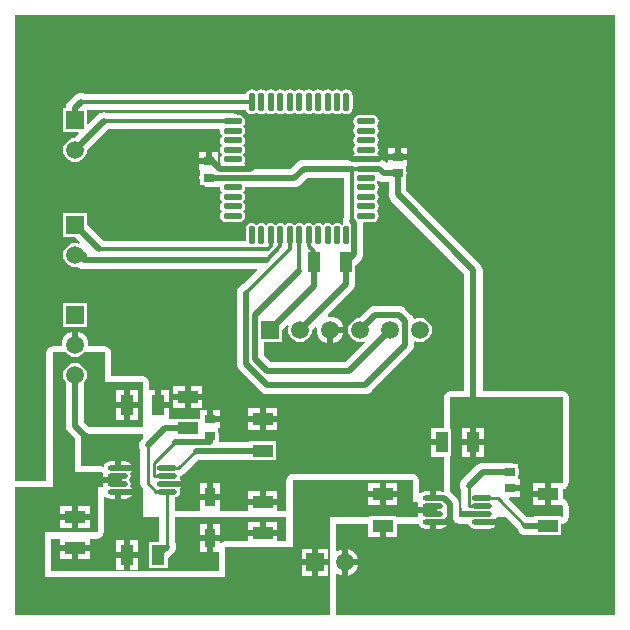
<source format=gbr>
G04 Layer_Physical_Order=1*
G04 Layer_Color=255*
%FSLAX26Y26*%
%MOIN*%
%TF.FileFunction,Copper,L1,Top,Signal*%
%TF.Part,Single*%
G01*
G75*
%TA.AperFunction,SMDPad,CuDef*%
%ADD10R,0.043307X0.066929*%
%ADD11O,0.066929X0.017716*%
%ADD12O,0.021654X0.062992*%
%ADD13O,0.062992X0.021654*%
%ADD14R,0.035433X0.031496*%
%ADD15R,0.066929X0.043307*%
%ADD16R,0.033465X0.062992*%
%TA.AperFunction,Conductor*%
%ADD17C,0.020000*%
%ADD18C,0.010630*%
%ADD19C,0.012992*%
%ADD20C,0.018898*%
%TA.AperFunction,ComponentPad*%
%ADD21R,0.059055X0.059055*%
%ADD22C,0.059055*%
%ADD23R,0.059055X0.059055*%
G36*
X1300000Y1775000D02*
X1425000D01*
Y1625000D01*
X1247793D01*
X1230259Y1642534D01*
Y1774503D01*
X1234527Y1780066D01*
X1238510Y1789681D01*
X1239869Y1800000D01*
X1238510Y1810319D01*
X1234527Y1819934D01*
X1228191Y1828191D01*
X1219934Y1834527D01*
X1210319Y1838510D01*
X1200000Y1839869D01*
X1189681Y1838510D01*
X1180066Y1834527D01*
X1171809Y1828191D01*
X1165473Y1819934D01*
X1161490Y1810319D01*
X1160131Y1800000D01*
X1161490Y1789681D01*
X1165473Y1780066D01*
X1169741Y1774503D01*
Y1630000D01*
X1170772Y1622168D01*
X1173795Y1614870D01*
X1178604Y1608604D01*
X1200000Y1587207D01*
Y1475000D01*
X1291620D01*
X1294823Y1470000D01*
X1293390Y1462796D01*
X1295242Y1453487D01*
X1297572Y1450000D01*
X1295242Y1446513D01*
X1293390Y1437204D01*
X1294823Y1430000D01*
X1291620Y1425000D01*
X1275000D01*
Y1275000D01*
X1100000D01*
Y1125000D01*
X1700000D01*
Y1225000D01*
X1925000D01*
Y1375000D01*
Y1450000D01*
X2325000D01*
Y1375000D01*
X2341620D01*
X2344823Y1370000D01*
X2343390Y1362796D01*
X2345242Y1353487D01*
X2347572Y1350000D01*
X2345242Y1346513D01*
X2343390Y1337204D01*
X2344823Y1330000D01*
X2341620Y1325000D01*
X2268465D01*
Y1328504D01*
X2181535D01*
Y1325000D01*
X2050000D01*
Y1125000D01*
Y1000000D01*
X1000000D01*
Y1425000D01*
X1125000D01*
Y1875000D01*
X1169360D01*
X1171809Y1871809D01*
X1180066Y1865473D01*
X1189681Y1861490D01*
X1200000Y1860131D01*
X1210319Y1861490D01*
X1219934Y1865473D01*
X1228191Y1871809D01*
X1230640Y1875000D01*
X1300000D01*
Y1775000D01*
D02*
G37*
G36*
X1233373Y1610581D02*
X1233373Y1610581D01*
X1239989Y1606160D01*
X1247792Y1604608D01*
X1425000D01*
Y1590793D01*
X1421872Y1587664D01*
X1417063Y1581398D01*
X1414040Y1574100D01*
X1413009Y1566268D01*
X1414040Y1558436D01*
X1417063Y1551139D01*
X1417457Y1550625D01*
Y1438346D01*
X1419422Y1428469D01*
X1425000Y1420120D01*
Y1325000D01*
X1480189D01*
Y1244832D01*
X1478822Y1243465D01*
X1446496D01*
Y1156535D01*
X1509803D01*
Y1188861D01*
X1527396Y1206454D01*
X1532205Y1212720D01*
X1535228Y1220018D01*
X1536259Y1227850D01*
X1535228Y1235682D01*
X1532205Y1242979D01*
X1531811Y1243493D01*
Y1325000D01*
X1904608D01*
Y1245392D01*
X1873465D01*
Y1261850D01*
X1825000D01*
X1776535D01*
Y1245392D01*
X1700000D01*
X1692196Y1243840D01*
X1686732Y1240189D01*
X1681732Y1241974D01*
Y1248070D01*
X1660000D01*
Y1211574D01*
X1679608D01*
Y1145392D01*
X1120392D01*
Y1254608D01*
X1151535D01*
Y1231850D01*
X1200000D01*
X1248465D01*
Y1254608D01*
X1275000D01*
X1282804Y1256160D01*
X1289419Y1260581D01*
X1293840Y1267196D01*
X1295392Y1275000D01*
Y1393468D01*
X1300177Y1394920D01*
X1300515Y1394413D01*
X1308407Y1389140D01*
X1317716Y1387288D01*
X1332322D01*
Y1411614D01*
X1342322D01*
Y1417974D01*
X1366928D01*
X1374287Y1419438D01*
X1377544Y1421614D01*
X1388940D01*
X1384129Y1428815D01*
X1384100Y1428960D01*
X1384692Y1429846D01*
X1386156Y1437204D01*
X1384692Y1444562D01*
X1381059Y1450000D01*
X1384692Y1455438D01*
X1386156Y1462796D01*
X1384692Y1470154D01*
X1384100Y1471040D01*
X1384129Y1471185D01*
X1388940Y1478386D01*
X1377544D01*
X1374287Y1480562D01*
X1366928Y1482026D01*
X1342322D01*
Y1488386D01*
X1332322D01*
Y1512712D01*
X1317716D01*
X1308407Y1510860D01*
X1300515Y1505587D01*
X1295242Y1497695D01*
X1294695Y1494944D01*
X1293782Y1494962D01*
X1291620Y1495392D01*
X1220392D01*
Y1587207D01*
X1220392Y1587207D01*
X1218840Y1595011D01*
X1214419Y1601627D01*
X1200000Y1616046D01*
Y1625000D01*
X1218954D01*
X1233373Y1610581D01*
D02*
G37*
G36*
X3000000Y1000000D02*
X2070392D01*
Y1125000D01*
Y1135941D01*
X2074876Y1138152D01*
X2077544Y1136105D01*
X2088376Y1131619D01*
X2090000Y1131405D01*
Y1175000D01*
Y1218595D01*
X2088376Y1218381D01*
X2077544Y1213895D01*
X2074876Y1211848D01*
X2070392Y1214059D01*
Y1304608D01*
X2176535D01*
Y1260197D01*
X2215000D01*
Y1296850D01*
X2235000D01*
Y1260197D01*
X2273465D01*
Y1304608D01*
X2341620D01*
X2343781Y1305038D01*
X2344695Y1305056D01*
X2345242Y1302305D01*
X2350515Y1294413D01*
X2358407Y1289140D01*
X2367716Y1287288D01*
X2382322D01*
Y1311614D01*
X2392322D01*
Y1317974D01*
X2416928D01*
X2424287Y1319438D01*
X2427544Y1321614D01*
X2440441D01*
X2442234Y1325000D01*
X2455578D01*
X2460025Y1322471D01*
X2460025Y1322471D01*
X2460886Y1319877D01*
X2461419Y1317196D01*
X2462130Y1316133D01*
X2462533Y1314920D01*
X2464321Y1312853D01*
X2465840Y1310581D01*
X2466903Y1309870D01*
X2467740Y1308904D01*
X2470183Y1307679D01*
X2472455Y1306160D01*
X2473709Y1305911D01*
X2474852Y1305338D01*
X2477578Y1305141D01*
X2480259Y1304608D01*
X2506976D01*
X2509137Y1305038D01*
X2510051Y1305056D01*
X2510598Y1302305D01*
X2515871Y1294413D01*
X2523763Y1289140D01*
X2533072Y1287288D01*
X2582284D01*
X2591593Y1289140D01*
X2599485Y1294413D01*
X2604758Y1302305D01*
X2606610Y1311614D01*
X2604942Y1320000D01*
X2607590Y1325000D01*
X2636884D01*
X2672224Y1289660D01*
X2672308Y1289018D01*
X2675331Y1281721D01*
X2680140Y1275454D01*
X2686407Y1270645D01*
X2693704Y1267622D01*
X2701536Y1266591D01*
X2731535D01*
Y1265197D01*
X2818465D01*
Y1304608D01*
X2825000D01*
X2832804Y1306160D01*
X2839419Y1310581D01*
X2843840Y1317196D01*
X2845392Y1325000D01*
Y1362132D01*
X2844722Y1365502D01*
X2844236Y1368901D01*
X2842700Y1373265D01*
X2842414Y1373748D01*
X2842304Y1374300D01*
X2840396Y1377156D01*
X2838646Y1380111D01*
X2838196Y1380448D01*
X2837884Y1380915D01*
X2835028Y1382824D01*
X2832280Y1384884D01*
X2831736Y1385024D01*
X2831269Y1385336D01*
X2827899Y1386006D01*
X2825000Y1386748D01*
Y1419552D01*
X2827899Y1420294D01*
X2831269Y1420964D01*
X2831736Y1421276D01*
X2832280Y1421416D01*
X2835028Y1423476D01*
X2837884Y1425385D01*
X2838196Y1425852D01*
X2838646Y1426189D01*
X2840396Y1429144D01*
X2842304Y1432001D01*
X2842414Y1432552D01*
X2842700Y1433035D01*
X2844236Y1437399D01*
X2844722Y1440798D01*
X2845392Y1444168D01*
Y1725000D01*
X2843840Y1732804D01*
X2839419Y1739419D01*
X2832804Y1743840D01*
X2825000Y1745392D01*
X2558409D01*
Y2149849D01*
X2558409Y2149850D01*
X2557378Y2157682D01*
X2554355Y2164979D01*
X2549546Y2171246D01*
X2549546Y2171247D01*
X2304703Y2416090D01*
Y2468217D01*
X2305259Y2472440D01*
X2304228Y2480272D01*
X2302716Y2483920D01*
Y2496812D01*
X2307716D01*
Y2517560D01*
X2242284D01*
Y2509572D01*
X2237284Y2507501D01*
X2235396Y2509388D01*
X2229130Y2514197D01*
X2221832Y2517220D01*
X2216396Y2517935D01*
X2216601Y2519488D01*
X2215713Y2526230D01*
X2213111Y2532513D01*
X2208971Y2537908D01*
X2207577Y2538978D01*
X2210170Y2542858D01*
X2211786Y2550984D01*
X2210170Y2559110D01*
X2205566Y2565999D01*
Y2567465D01*
X2210170Y2574354D01*
X2211786Y2582480D01*
X2210170Y2590606D01*
X2205566Y2597495D01*
Y2598961D01*
X2210170Y2605850D01*
X2211786Y2613976D01*
X2210170Y2622102D01*
X2205566Y2628991D01*
Y2630457D01*
X2210170Y2637346D01*
X2211786Y2645472D01*
X2210170Y2653598D01*
X2205566Y2660487D01*
X2198677Y2665090D01*
X2190551Y2666707D01*
X2149213D01*
X2141086Y2665090D01*
X2134198Y2660487D01*
X2129594Y2653598D01*
X2127978Y2645472D01*
X2129594Y2637346D01*
X2134198Y2630457D01*
Y2628991D01*
X2129594Y2622102D01*
X2127978Y2613976D01*
X2129594Y2605850D01*
X2134198Y2598961D01*
Y2597495D01*
X2129594Y2590606D01*
X2127978Y2582480D01*
X2129594Y2574354D01*
X2134198Y2567465D01*
Y2565999D01*
X2129594Y2559110D01*
X2127978Y2550984D01*
X2129594Y2542858D01*
X2132187Y2538978D01*
X2130793Y2537908D01*
X2126653Y2532513D01*
X2124051Y2526230D01*
X2123163Y2519488D01*
X2118283Y2518251D01*
X1962497D01*
X1962496Y2518251D01*
X1954664Y2517220D01*
X1947367Y2514197D01*
X1941100Y2509388D01*
X1918466Y2486755D01*
X1772804D01*
X1771719Y2487992D01*
X1770831Y2494734D01*
X1768229Y2501017D01*
X1764089Y2506412D01*
X1762695Y2507482D01*
X1765288Y2511362D01*
X1766904Y2519488D01*
X1765288Y2527614D01*
X1760685Y2534503D01*
Y2535969D01*
X1765288Y2542858D01*
X1766904Y2550984D01*
X1765288Y2559110D01*
X1760685Y2565999D01*
Y2567465D01*
X1765288Y2574354D01*
X1766904Y2582480D01*
X1765288Y2590606D01*
X1760685Y2597495D01*
Y2598961D01*
X1765288Y2605850D01*
X1766904Y2613976D01*
X1765288Y2622102D01*
X1760685Y2628991D01*
Y2630457D01*
X1765288Y2637346D01*
X1766904Y2645472D01*
X1765288Y2653598D01*
X1760685Y2660487D01*
X1753795Y2665090D01*
X1745669Y2666707D01*
X1740851D01*
X1738362Y2668616D01*
X1731917Y2671286D01*
X1725000Y2672197D01*
X1309347D01*
X1303304Y2674700D01*
X1295472Y2675731D01*
X1287640Y2674700D01*
X1280342Y2671677D01*
X1274076Y2666868D01*
X1244147Y2636939D01*
X1239527Y2638853D01*
Y2684275D01*
X1769817D01*
X1770342Y2681639D01*
X1774945Y2674749D01*
X1781834Y2670146D01*
X1789960Y2668530D01*
X1798086Y2670146D01*
X1804975Y2674749D01*
X1806441D01*
X1813330Y2670146D01*
X1821456Y2668530D01*
X1829582Y2670146D01*
X1836471Y2674749D01*
X1837937D01*
X1844826Y2670146D01*
X1852952Y2668530D01*
X1861078Y2670146D01*
X1867967Y2674749D01*
X1869433D01*
X1876322Y2670146D01*
X1884448Y2668530D01*
X1892574Y2670146D01*
X1899463Y2674749D01*
X1900929D01*
X1907818Y2670146D01*
X1915944Y2668530D01*
X1924070Y2670146D01*
X1930959Y2674749D01*
X1932425D01*
X1939314Y2670146D01*
X1947440Y2668530D01*
X1955566Y2670146D01*
X1962455Y2674749D01*
X1963923D01*
X1970812Y2670146D01*
X1978938Y2668530D01*
X1987064Y2670146D01*
X1993953Y2674749D01*
X1995419D01*
X2002308Y2670146D01*
X2010434Y2668530D01*
X2018560Y2670146D01*
X2025449Y2674749D01*
X2026915D01*
X2033804Y2670146D01*
X2041930Y2668530D01*
X2050056Y2670146D01*
X2056945Y2674749D01*
X2058411D01*
X2065300Y2670146D01*
X2073426Y2668530D01*
X2081552Y2670146D01*
X2088441Y2674749D01*
X2089907D01*
X2096796Y2670146D01*
X2104922Y2668530D01*
X2113048Y2670146D01*
X2119937Y2674749D01*
X2124540Y2681639D01*
X2126157Y2689765D01*
Y2731103D01*
X2124540Y2739229D01*
X2119937Y2746119D01*
X2113048Y2750722D01*
X2104922Y2752338D01*
X2096796Y2750722D01*
X2089907Y2746119D01*
X2088441D01*
X2081552Y2750722D01*
X2073426Y2752338D01*
X2065300Y2750722D01*
X2058411Y2746119D01*
X2056945D01*
X2050056Y2750722D01*
X2041930Y2752338D01*
X2033804Y2750722D01*
X2026915Y2746119D01*
X2025449D01*
X2018560Y2750722D01*
X2010434Y2752338D01*
X2002308Y2750722D01*
X1995419Y2746119D01*
X1993953D01*
X1987064Y2750722D01*
X1978938Y2752338D01*
X1970812Y2750722D01*
X1963923Y2746119D01*
X1962455D01*
X1955566Y2750722D01*
X1947440Y2752338D01*
X1939314Y2750722D01*
X1932425Y2746119D01*
X1930959D01*
X1924070Y2750722D01*
X1915944Y2752338D01*
X1907818Y2750722D01*
X1900929Y2746119D01*
X1899463D01*
X1892574Y2750722D01*
X1884448Y2752338D01*
X1876322Y2750722D01*
X1869433Y2746119D01*
X1867967D01*
X1861078Y2750722D01*
X1852952Y2752338D01*
X1844826Y2750722D01*
X1837937Y2746119D01*
X1836471D01*
X1829582Y2750722D01*
X1821456Y2752338D01*
X1813330Y2750722D01*
X1806441Y2746119D01*
X1804975D01*
X1798086Y2750722D01*
X1789960Y2752338D01*
X1781834Y2750722D01*
X1774945Y2746119D01*
X1770342Y2739229D01*
X1770042Y2737725D01*
X1233875D01*
X1227832Y2740228D01*
X1220000Y2741259D01*
X1212168Y2740228D01*
X1204871Y2737205D01*
X1198604Y2732396D01*
X1178604Y2712396D01*
X1173795Y2706130D01*
X1170772Y2698832D01*
X1169741Y2691000D01*
Y2689528D01*
X1160473D01*
Y2610472D01*
X1211147D01*
X1213061Y2605853D01*
X1196633Y2589425D01*
X1189681Y2588510D01*
X1180066Y2584527D01*
X1171809Y2578191D01*
X1165473Y2569934D01*
X1161490Y2560319D01*
X1160131Y2550000D01*
X1161490Y2539681D01*
X1165473Y2530066D01*
X1171809Y2521809D01*
X1180066Y2515473D01*
X1189681Y2511490D01*
X1200000Y2510131D01*
X1210319Y2511490D01*
X1219934Y2515473D01*
X1228191Y2521809D01*
X1234527Y2530066D01*
X1238510Y2539681D01*
X1239425Y2546633D01*
X1311540Y2618747D01*
X1680104D01*
X1683276Y2614882D01*
X1683096Y2613976D01*
X1684712Y2605850D01*
X1689315Y2598961D01*
Y2597495D01*
X1684712Y2590606D01*
X1683096Y2582480D01*
X1684712Y2574354D01*
X1689315Y2567465D01*
Y2565999D01*
X1684712Y2559110D01*
X1683096Y2550984D01*
X1684712Y2542858D01*
X1689315Y2535969D01*
Y2534503D01*
X1684712Y2527614D01*
X1683096Y2519488D01*
X1684712Y2511362D01*
X1687305Y2507482D01*
X1685911Y2506412D01*
X1682716Y2502249D01*
X1677716Y2503733D01*
Y2543308D01*
X1655000D01*
Y2512560D01*
X1645000D01*
Y2502560D01*
X1612284D01*
Y2481812D01*
X1617284D01*
Y2468920D01*
X1615772Y2465272D01*
X1614741Y2457440D01*
X1615772Y2449608D01*
X1617284Y2445960D01*
Y2431692D01*
X1629275D01*
X1629871Y2431235D01*
X1637168Y2428212D01*
X1645000Y2427181D01*
X1677773D01*
X1681925Y2426635D01*
X1683096Y2425000D01*
X1684712Y2416874D01*
X1689315Y2409985D01*
Y2408519D01*
X1684712Y2401630D01*
X1683096Y2393504D01*
X1684712Y2385378D01*
X1689315Y2378489D01*
Y2377023D01*
X1684712Y2370134D01*
X1683096Y2362008D01*
X1684712Y2353882D01*
X1689315Y2346993D01*
Y2345527D01*
X1684712Y2338638D01*
X1683096Y2330512D01*
X1684712Y2322386D01*
X1689315Y2315497D01*
X1696205Y2310894D01*
X1704331Y2309277D01*
X1745669D01*
X1753795Y2310894D01*
X1760685Y2315497D01*
X1765288Y2322386D01*
X1766904Y2330512D01*
X1765288Y2338638D01*
X1760685Y2345527D01*
Y2346993D01*
X1765288Y2353882D01*
X1766904Y2362008D01*
X1765288Y2370134D01*
X1760685Y2377023D01*
Y2378489D01*
X1765288Y2385378D01*
X1766904Y2393504D01*
X1765288Y2401630D01*
X1760685Y2408519D01*
Y2409985D01*
X1765288Y2416874D01*
X1766904Y2425000D01*
X1767919Y2426237D01*
X1931000D01*
X1938832Y2427268D01*
X1946130Y2430291D01*
X1952396Y2435100D01*
X1975030Y2457733D01*
X2096275D01*
Y2326875D01*
X2093772Y2320832D01*
X2092741Y2313000D01*
X2093772Y2305168D01*
X2094210Y2304112D01*
X2093051Y2303337D01*
X2088441Y2301236D01*
X2081552Y2305840D01*
X2073426Y2307456D01*
X2065300Y2305840D01*
X2058411Y2301236D01*
X2056945D01*
X2050056Y2305840D01*
X2041930Y2307456D01*
X2033804Y2305840D01*
X2026915Y2301236D01*
X2025449D01*
X2018560Y2305840D01*
X2010434Y2307456D01*
X2002308Y2305840D01*
X1995419Y2301236D01*
X1993953D01*
X1987064Y2305840D01*
X1978938Y2307456D01*
X1970812Y2305840D01*
X1963923Y2301236D01*
X1962455D01*
X1955566Y2305840D01*
X1947440Y2307456D01*
X1939314Y2305840D01*
X1932425Y2301236D01*
X1930959D01*
X1924070Y2305840D01*
X1915944Y2307456D01*
X1907818Y2305840D01*
X1900929Y2301236D01*
X1899463D01*
X1892574Y2305840D01*
X1884448Y2307456D01*
X1876322Y2305840D01*
X1869433Y2301236D01*
X1867967D01*
X1861078Y2305840D01*
X1852952Y2307456D01*
X1844826Y2305840D01*
X1837937Y2301236D01*
X1836471D01*
X1829582Y2305840D01*
X1821456Y2307456D01*
X1813330Y2305840D01*
X1806441Y2301236D01*
X1804975D01*
X1798086Y2305840D01*
X1789960Y2307456D01*
X1781834Y2305840D01*
X1774945Y2301236D01*
X1770342Y2294347D01*
X1768725Y2286221D01*
Y2245725D01*
X1297068D01*
X1239527Y2303265D01*
Y2339528D01*
X1160473D01*
Y2260472D01*
X1196735D01*
X1215383Y2241824D01*
X1212551Y2237586D01*
X1210319Y2238510D01*
X1200000Y2239869D01*
X1189681Y2238510D01*
X1180066Y2234527D01*
X1171809Y2228191D01*
X1165473Y2219934D01*
X1161490Y2210319D01*
X1160131Y2200000D01*
X1161490Y2189681D01*
X1165473Y2180066D01*
X1171809Y2171809D01*
X1180066Y2165473D01*
X1189681Y2161490D01*
X1200000Y2160131D01*
X1209240Y2161348D01*
X1213871Y2157795D01*
X1221168Y2154772D01*
X1229000Y2153741D01*
X1805414D01*
X1807327Y2149122D01*
X1760914Y2102708D01*
X1754871Y2100205D01*
X1748604Y2095396D01*
X1743795Y2089129D01*
X1740772Y2081832D01*
X1739741Y2074000D01*
Y1837000D01*
X1740772Y1829168D01*
X1743795Y1821870D01*
X1748604Y1815604D01*
X1818603Y1745604D01*
X1818604Y1745604D01*
X1824870Y1740795D01*
X1832168Y1737772D01*
X1840000Y1736741D01*
X2167000D01*
X2174832Y1737772D01*
X2182130Y1740795D01*
X2188396Y1745604D01*
X2321396Y1878604D01*
X2326205Y1884870D01*
X2329228Y1892168D01*
X2330259Y1900000D01*
Y1910893D01*
X2334416Y1913671D01*
X2339681Y1911490D01*
X2350000Y1910131D01*
X2360319Y1911490D01*
X2369934Y1915473D01*
X2378191Y1921809D01*
X2384527Y1930066D01*
X2388510Y1939681D01*
X2389869Y1950000D01*
X2388510Y1960319D01*
X2384527Y1969934D01*
X2378191Y1978191D01*
X2369934Y1984527D01*
X2360319Y1988510D01*
X2350000Y1989869D01*
X2339681Y1988510D01*
X2334466Y1986350D01*
X2332775Y1986539D01*
X2329228Y1987832D01*
X2326205Y1995129D01*
X2321396Y2001396D01*
X2301396Y2021396D01*
X2295130Y2026205D01*
X2287832Y2029228D01*
X2280000Y2030259D01*
X2200001D01*
X2200000Y2030259D01*
X2192168Y2029228D01*
X2184870Y2026205D01*
X2178604Y2021396D01*
X2146633Y1989425D01*
X2139681Y1988510D01*
X2130066Y1984527D01*
X2121809Y1978191D01*
X2115473Y1969934D01*
X2111490Y1960319D01*
X2110131Y1950000D01*
X2111490Y1939681D01*
X2115473Y1930066D01*
X2121809Y1921809D01*
X2130066Y1915473D01*
X2139681Y1911490D01*
X2150000Y1910131D01*
X2160319Y1911490D01*
X2162551Y1912414D01*
X2165383Y1908176D01*
X2099466Y1842259D01*
X1852534D01*
X1830259Y1864534D01*
Y1910473D01*
X1889527D01*
Y1946735D01*
X1908176Y1965383D01*
X1912414Y1962551D01*
X1911490Y1960319D01*
X1910131Y1950000D01*
X1911490Y1939681D01*
X1915473Y1930066D01*
X1921809Y1921809D01*
X1930066Y1915473D01*
X1939681Y1911490D01*
X1950000Y1910131D01*
X1960319Y1911490D01*
X1969934Y1915473D01*
X1978191Y1921809D01*
X1984527Y1930066D01*
X1988510Y1939681D01*
X1989425Y1946633D01*
X2001145Y1958352D01*
X2005880Y1956017D01*
X2005088Y1950000D01*
X2006619Y1938376D01*
X2011105Y1927544D01*
X2018243Y1918243D01*
X2027544Y1911105D01*
X2038376Y1906619D01*
X2040000Y1906405D01*
Y1950000D01*
X2050000D01*
Y1960000D01*
X2093595D01*
X2093381Y1961624D01*
X2088895Y1972456D01*
X2081757Y1981757D01*
X2072456Y1988895D01*
X2061624Y1993381D01*
X2050000Y1994912D01*
X2043983Y1994120D01*
X2041648Y1998855D01*
X2124546Y2081754D01*
X2129355Y2088021D01*
X2132378Y2095318D01*
X2133409Y2103150D01*
Y2131535D01*
X2134803D01*
Y2163861D01*
X2152396Y2181453D01*
X2152396Y2181454D01*
X2157205Y2187720D01*
X2160228Y2195018D01*
X2161259Y2202850D01*
Y2305000D01*
X2161191Y2305518D01*
X2164488Y2309277D01*
X2190551D01*
X2198677Y2310894D01*
X2205566Y2315497D01*
X2210170Y2322386D01*
X2211786Y2330512D01*
X2210170Y2338638D01*
X2205566Y2345527D01*
Y2346993D01*
X2210170Y2353882D01*
X2211786Y2362008D01*
X2210170Y2370134D01*
X2205566Y2377023D01*
Y2378489D01*
X2210170Y2385378D01*
X2211786Y2393504D01*
X2210170Y2401630D01*
X2205566Y2408519D01*
Y2409985D01*
X2210170Y2416874D01*
X2211786Y2425000D01*
X2210170Y2433126D01*
X2205566Y2440015D01*
Y2441481D01*
X2207884Y2444950D01*
X2208308Y2445324D01*
X2214423Y2446235D01*
X2221720Y2443212D01*
X2229552Y2442181D01*
X2245297D01*
Y2407223D01*
X2244741Y2403000D01*
X2245772Y2395168D01*
X2248795Y2387870D01*
X2253604Y2381604D01*
X2497891Y2137316D01*
Y1745392D01*
X2450000D01*
X2442196Y1743840D01*
X2435581Y1739419D01*
X2431160Y1732804D01*
X2429608Y1725000D01*
Y1623465D01*
X2385197D01*
Y1585000D01*
X2421850D01*
Y1565000D01*
X2385197D01*
Y1526535D01*
X2429608D01*
Y1414621D01*
X2428588Y1413483D01*
X2425267Y1411268D01*
X2424713Y1411163D01*
X2416928Y1412712D01*
X2402322D01*
Y1388386D01*
X2382322D01*
Y1412712D01*
X2367716D01*
X2358407Y1410860D01*
X2350515Y1405587D01*
X2350177Y1405080D01*
X2345392Y1406532D01*
Y1450000D01*
X2343840Y1457804D01*
X2339419Y1464419D01*
X2332804Y1468840D01*
X2325000Y1470392D01*
X1925000D01*
X1917196Y1468840D01*
X1910581Y1464419D01*
X1906160Y1457804D01*
X1904608Y1450000D01*
Y1375000D01*
Y1345392D01*
X1873465D01*
Y1368150D01*
X1825000D01*
X1776535D01*
Y1345392D01*
X1686715D01*
X1681732Y1345434D01*
X1681732Y1350392D01*
Y1381930D01*
X1650000D01*
X1618268D01*
Y1350392D01*
X1618268Y1345434D01*
X1613285Y1345392D01*
X1531811D01*
Y1392386D01*
X1532284D01*
X1539642Y1393850D01*
X1545880Y1398018D01*
X1550048Y1404256D01*
X1551512Y1411614D01*
X1550048Y1418972D01*
X1549456Y1419858D01*
X1549485Y1420003D01*
X1554758Y1427895D01*
X1556610Y1437204D01*
X1554758Y1446513D01*
X1549485Y1454405D01*
X1549456Y1454551D01*
X1550048Y1455438D01*
X1551512Y1462796D01*
X1551268Y1464021D01*
X1553877Y1464540D01*
X1562251Y1470135D01*
X1608707Y1516591D01*
X1781535D01*
Y1515197D01*
X1868465D01*
Y1578504D01*
X1781535D01*
Y1577109D01*
X1679703D01*
Y1597442D01*
X1678691Y1605130D01*
X1677716Y1607482D01*
Y1621812D01*
X1682716D01*
Y1642560D01*
X1650000D01*
Y1652560D01*
X1640000D01*
Y1683308D01*
X1617284D01*
Y1653504D01*
X1531535D01*
Y1652109D01*
X1514803D01*
Y1690000D01*
X1478150D01*
Y1700000D01*
X1468150D01*
Y1748465D01*
X1445392D01*
Y1775000D01*
X1443840Y1782804D01*
X1439419Y1789419D01*
X1432804Y1793840D01*
X1425000Y1795392D01*
X1320392D01*
Y1875000D01*
X1318840Y1882804D01*
X1314419Y1889419D01*
X1307804Y1893840D01*
X1300000Y1895392D01*
X1248097D01*
X1244800Y1899151D01*
X1244912Y1900000D01*
X1243381Y1911624D01*
X1238895Y1922456D01*
X1231757Y1931757D01*
X1222456Y1938895D01*
X1211624Y1943381D01*
X1210000Y1943595D01*
Y1900000D01*
X1190000D01*
Y1943595D01*
X1188376Y1943381D01*
X1177544Y1938895D01*
X1168243Y1931757D01*
X1161105Y1922456D01*
X1156619Y1911624D01*
X1155088Y1900000D01*
X1155200Y1899151D01*
X1151903Y1895392D01*
X1125000D01*
X1117196Y1893840D01*
X1110581Y1889419D01*
X1106160Y1882804D01*
X1104608Y1875000D01*
Y1445392D01*
X1000000D01*
Y3000000D01*
X3000000D01*
Y1000000D01*
D02*
G37*
G36*
X2825000Y1444168D02*
X2823464Y1439804D01*
X2820000Y1439803D01*
X2785000D01*
Y1403150D01*
Y1366496D01*
X2820000D01*
X2823464Y1366496D01*
X2825000Y1362132D01*
Y1325000D01*
X2818465D01*
Y1328504D01*
X2731535D01*
Y1327109D01*
X2707779D01*
X2647815Y1387073D01*
X2649729Y1391692D01*
X2682716D01*
Y1412440D01*
X2650000D01*
Y1432440D01*
X2682716D01*
Y1453188D01*
X2677716D01*
Y1467520D01*
X2678691Y1469872D01*
X2679703Y1477560D01*
X2678691Y1485248D01*
X2677716Y1487600D01*
Y1503308D01*
X2664792D01*
X2657688Y1506251D01*
X2650000Y1507263D01*
X2564223D01*
X2560000Y1507819D01*
X2552168Y1506788D01*
X2544870Y1503765D01*
X2538604Y1498956D01*
X2491604Y1451956D01*
X2486795Y1445689D01*
X2483772Y1438392D01*
X2482741Y1430560D01*
X2483772Y1422728D01*
X2486795Y1415430D01*
X2487189Y1414917D01*
Y1362796D01*
X2489154Y1352919D01*
X2494749Y1344545D01*
X2503123Y1338950D01*
X2508263Y1337928D01*
X2508746Y1337204D01*
X2510179Y1330000D01*
X2506976Y1325000D01*
X2480259D01*
X2480259Y1325001D01*
Y1370000D01*
X2479228Y1377832D01*
X2476205Y1385130D01*
X2471396Y1391396D01*
X2453010Y1409782D01*
X2450000Y1412092D01*
Y1531535D01*
X2453503D01*
Y1618465D01*
X2450000D01*
Y1725000D01*
X2825000D01*
Y1444168D01*
D02*
G37*
%LPC*%
G36*
X1248465Y1318150D02*
X1210000D01*
Y1291496D01*
X1248465D01*
Y1318150D01*
D02*
G37*
G36*
X1190000D02*
X1151535D01*
Y1291496D01*
X1190000D01*
Y1318150D01*
D02*
G37*
G36*
Y1364803D02*
X1151535D01*
Y1338150D01*
X1190000D01*
Y1364803D01*
D02*
G37*
G36*
X2273465Y1393150D02*
X2235000D01*
Y1366496D01*
X2273465D01*
Y1393150D01*
D02*
G37*
G36*
X1248465Y1364803D02*
X1210000D01*
Y1338150D01*
X1248465D01*
Y1364803D01*
D02*
G37*
G36*
X2215000Y1393150D02*
X2176535D01*
Y1366496D01*
X2215000D01*
Y1393150D01*
D02*
G37*
G36*
X1990000Y1219527D02*
X1955473D01*
Y1185000D01*
X1990000D01*
Y1219527D01*
D02*
G37*
G36*
X2044527D02*
X2010000D01*
Y1185000D01*
X2044527D01*
Y1219527D01*
D02*
G37*
G36*
X1990000Y1165000D02*
X1955473D01*
Y1130473D01*
X1990000D01*
Y1165000D01*
D02*
G37*
G36*
X2044527D02*
X2010000D01*
Y1130473D01*
X2044527D01*
Y1165000D01*
D02*
G37*
G36*
X1361850Y1748465D02*
X1335197D01*
Y1710000D01*
X1361850D01*
Y1748465D01*
D02*
G37*
G36*
X1408504D02*
X1381850D01*
Y1710000D01*
X1408504D01*
Y1748465D01*
D02*
G37*
G36*
X2273465Y1439803D02*
X2235000D01*
Y1413150D01*
X2273465D01*
Y1439803D01*
D02*
G37*
G36*
X2215000D02*
X2176535D01*
Y1413150D01*
X2215000D01*
Y1439803D01*
D02*
G37*
G36*
X1361850Y1690000D02*
X1335197D01*
Y1651535D01*
X1361850D01*
Y1690000D01*
D02*
G37*
G36*
X1408504D02*
X1381850D01*
Y1651535D01*
X1408504D01*
Y1690000D01*
D02*
G37*
G36*
X1815000Y1308504D02*
X1776535D01*
Y1281850D01*
X1815000D01*
Y1308504D01*
D02*
G37*
G36*
X1873465D02*
X1835000D01*
Y1281850D01*
X1873465D01*
Y1308504D01*
D02*
G37*
G36*
X1388940Y1401614D02*
X1352322D01*
Y1387288D01*
X1366928D01*
X1376237Y1389140D01*
X1384129Y1394413D01*
X1388940Y1401614D01*
D02*
G37*
G36*
X1681732Y1304566D02*
X1660000D01*
Y1268070D01*
X1681732D01*
Y1304566D01*
D02*
G37*
G36*
X1408504Y1190000D02*
X1381850D01*
Y1151535D01*
X1408504D01*
Y1190000D01*
D02*
G37*
G36*
X1361850D02*
X1335197D01*
Y1151535D01*
X1361850D01*
Y1190000D01*
D02*
G37*
G36*
X1408504Y1248465D02*
X1381850D01*
Y1210000D01*
X1408504D01*
Y1248465D01*
D02*
G37*
G36*
X1640000Y1248070D02*
X1618268D01*
Y1211574D01*
X1640000D01*
Y1248070D01*
D02*
G37*
G36*
Y1304566D02*
X1618268D01*
Y1268070D01*
X1640000D01*
Y1304566D01*
D02*
G37*
G36*
X1361850Y1248465D02*
X1335197D01*
Y1210000D01*
X1361850D01*
Y1248465D01*
D02*
G37*
G36*
X1190000Y1211850D02*
X1151535D01*
Y1185197D01*
X1190000D01*
Y1211850D01*
D02*
G37*
G36*
X1248465D02*
X1210000D01*
Y1185197D01*
X1248465D01*
Y1211850D01*
D02*
G37*
G36*
X1366928Y1512712D02*
X1352322D01*
Y1498386D01*
X1388940D01*
X1384129Y1505587D01*
X1376237Y1510860D01*
X1366928Y1512712D01*
D02*
G37*
G36*
X2438941Y1301614D02*
X2402322D01*
Y1287288D01*
X2416928D01*
X2426237Y1289140D01*
X2434129Y1294413D01*
X2438941Y1301614D01*
D02*
G37*
G36*
X1815000Y1414803D02*
X1776535D01*
Y1388150D01*
X1815000D01*
Y1414803D01*
D02*
G37*
G36*
X2143595Y1165000D02*
X2110000D01*
Y1131405D01*
X2111624Y1131619D01*
X2122456Y1136105D01*
X2131757Y1143243D01*
X2138895Y1152544D01*
X2143381Y1163376D01*
X2143595Y1165000D01*
D02*
G37*
G36*
X2110000Y1218595D02*
Y1185000D01*
X2143595D01*
X2143381Y1186624D01*
X2138895Y1197456D01*
X2131757Y1206757D01*
X2122456Y1213895D01*
X2111624Y1218381D01*
X2110000Y1218595D01*
D02*
G37*
G36*
X1873465Y1414803D02*
X1835000D01*
Y1388150D01*
X1873465D01*
Y1414803D01*
D02*
G37*
G36*
X1514803Y1748465D02*
X1488150D01*
Y1710000D01*
X1514803D01*
Y1748465D01*
D02*
G37*
G36*
X1623465Y1718150D02*
X1585000D01*
Y1691496D01*
X1623465D01*
Y1718150D01*
D02*
G37*
G36*
X1815000Y1689803D02*
X1776535D01*
Y1663150D01*
X1815000D01*
Y1689803D01*
D02*
G37*
G36*
X1873465D02*
X1835000D01*
Y1663150D01*
X1873465D01*
Y1689803D01*
D02*
G37*
G36*
X1565000Y1718150D02*
X1526535D01*
Y1691496D01*
X1565000D01*
Y1718150D01*
D02*
G37*
G36*
X1635000Y2543308D02*
X1612284D01*
Y2522560D01*
X1635000D01*
Y2543308D01*
D02*
G37*
G36*
X2265000Y2558308D02*
X2242284D01*
Y2537560D01*
X2265000D01*
Y2558308D01*
D02*
G37*
G36*
X2307716D02*
X2285000D01*
Y2537560D01*
X2307716D01*
Y2558308D01*
D02*
G37*
G36*
X1239527Y2039527D02*
X1160473D01*
Y1960473D01*
X1239527D01*
Y2039527D01*
D02*
G37*
G36*
X1565000Y1764803D02*
X1526535D01*
Y1738150D01*
X1565000D01*
Y1764803D01*
D02*
G37*
G36*
X1623465D02*
X1585000D01*
Y1738150D01*
X1623465D01*
Y1764803D01*
D02*
G37*
G36*
X2093595Y1940000D02*
X2060000D01*
Y1906405D01*
X2061624Y1906619D01*
X2072456Y1911105D01*
X2081757Y1918243D01*
X2088895Y1927544D01*
X2093381Y1938376D01*
X2093595Y1940000D01*
D02*
G37*
G36*
X1682716Y1683308D02*
X1660000D01*
Y1662560D01*
X1682716D01*
Y1683308D01*
D02*
G37*
G36*
X1640000Y1438426D02*
X1618268D01*
Y1401930D01*
X1640000D01*
Y1438426D01*
D02*
G37*
G36*
X1681732D02*
X1660000D01*
Y1401930D01*
X1681732D01*
Y1438426D01*
D02*
G37*
G36*
X1873465Y1643150D02*
X1835000D01*
Y1616496D01*
X1873465D01*
Y1643150D01*
D02*
G37*
G36*
X1815000D02*
X1776535D01*
Y1616496D01*
X1815000D01*
Y1643150D01*
D02*
G37*
G36*
X2765000Y1393150D02*
X2726535D01*
Y1366496D01*
X2765000D01*
Y1393150D01*
D02*
G37*
G36*
X2518150Y1565000D02*
X2491497D01*
Y1526535D01*
X2518150D01*
Y1565000D01*
D02*
G37*
G36*
X2765000Y1439803D02*
X2726535D01*
Y1413150D01*
X2765000D01*
Y1439803D01*
D02*
G37*
G36*
X2564803Y1565000D02*
X2538150D01*
Y1526535D01*
X2564803D01*
Y1565000D01*
D02*
G37*
G36*
X2518150Y1623465D02*
X2491497D01*
Y1585000D01*
X2518150D01*
Y1623465D01*
D02*
G37*
G36*
X2564803D02*
X2538150D01*
Y1585000D01*
X2564803D01*
Y1623465D01*
D02*
G37*
%LPD*%
D10*
X1371850Y1200000D02*
D03*
X1478150D02*
D03*
Y1700000D02*
D03*
X1371850D02*
D03*
X1996850Y2175000D02*
D03*
X2103150D02*
D03*
X2421850Y1575000D02*
D03*
X2528150D02*
D03*
D11*
X1342322Y1411614D02*
D03*
Y1437204D02*
D03*
Y1462796D02*
D03*
Y1488386D02*
D03*
X1507678D02*
D03*
Y1462796D02*
D03*
Y1437204D02*
D03*
Y1411614D02*
D03*
X2392322Y1388386D02*
D03*
Y1362796D02*
D03*
Y1337204D02*
D03*
Y1311614D02*
D03*
X2557678D02*
D03*
Y1337204D02*
D03*
Y1362796D02*
D03*
Y1388386D02*
D03*
D12*
X2104922Y2265552D02*
D03*
X2073426D02*
D03*
X2041930D02*
D03*
X2010434D02*
D03*
X1978938D02*
D03*
X1947440D02*
D03*
X1915944D02*
D03*
X1884448D02*
D03*
X1852952D02*
D03*
X1821456D02*
D03*
X1789960D02*
D03*
X2104922Y2710434D02*
D03*
X2073426D02*
D03*
X2041930D02*
D03*
X2010434D02*
D03*
X1978938D02*
D03*
X1947440D02*
D03*
X1915944D02*
D03*
X1884448D02*
D03*
X1852952D02*
D03*
X1821456D02*
D03*
X1789960D02*
D03*
D13*
X2169882Y2330512D02*
D03*
Y2362008D02*
D03*
Y2393504D02*
D03*
Y2425000D02*
D03*
Y2456496D02*
D03*
Y2487992D02*
D03*
Y2519488D02*
D03*
Y2550984D02*
D03*
Y2582480D02*
D03*
Y2613976D02*
D03*
Y2645472D02*
D03*
X1725000D02*
D03*
Y2613976D02*
D03*
Y2582480D02*
D03*
Y2550984D02*
D03*
Y2519488D02*
D03*
Y2487992D02*
D03*
Y2456496D02*
D03*
Y2425000D02*
D03*
Y2393504D02*
D03*
Y2362008D02*
D03*
Y2330512D02*
D03*
D14*
X1650000Y1597442D02*
D03*
Y1652560D02*
D03*
X2275000Y2472440D02*
D03*
Y2527560D02*
D03*
X1645000Y2512560D02*
D03*
Y2457440D02*
D03*
X2650000Y1477560D02*
D03*
Y1422440D02*
D03*
D15*
X1200000Y1221850D02*
D03*
Y1328150D02*
D03*
X1575000Y1621850D02*
D03*
Y1728150D02*
D03*
X1825000Y1546850D02*
D03*
Y1653150D02*
D03*
Y1378150D02*
D03*
Y1271850D02*
D03*
X2225000Y1296850D02*
D03*
Y1403150D02*
D03*
X2775000Y1296850D02*
D03*
Y1403150D02*
D03*
D16*
X1650000Y1258070D02*
D03*
Y1391930D02*
D03*
D17*
X1342322Y1372322D02*
Y1411614D01*
X1403386D01*
X1401614Y1488386D02*
X1342322D01*
Y1537322D01*
X1345000Y1450000D02*
X1280000D01*
X1240000Y1590000D02*
X1200000Y1630000D01*
Y1800000D01*
X1498850Y1621850D02*
X1575000D01*
X1602464Y1546850D02*
X1825000D01*
X1840000Y1767000D02*
X2167000D01*
X2300000Y1900000D01*
Y1980000D01*
X2280000Y2000000D01*
X2200000D01*
X2150000Y1950000D01*
X2112000Y1812000D02*
X2250000Y1950000D01*
X2112000Y1812000D02*
X1840000D01*
X1800000Y1852000D01*
Y2000000D01*
X1947440Y2147440D01*
X1996850Y2175000D02*
Y2096850D01*
X1850000Y1950000D01*
X1950000D02*
X2103150Y2103150D01*
Y2175000D01*
X2131000Y2202850D01*
Y2305000D01*
X2123000Y2313000D01*
X2275000Y2403000D02*
X2528150Y2149850D01*
Y1575000D01*
X2560000Y1477560D02*
X2513000Y1430560D01*
X2557678Y1337204D02*
X2492204D01*
X2450000Y1325000D02*
Y1370000D01*
X2431614Y1388386D01*
X2392322D01*
X2395000Y1350000D02*
X2330592D01*
X2277442Y1403150D01*
X2225000D01*
X2392322Y1311614D02*
X2436614D01*
X2450000Y1325000D01*
X2585000Y1311614D02*
X2613386D01*
X2701536Y1296850D02*
X2775000D01*
X2392322Y1311614D02*
Y1267322D01*
X1840000Y1767000D02*
X1770000Y1837000D01*
Y2074000D01*
X1840000Y2184000D02*
X1229000D01*
Y2200000D01*
X1200000D01*
X1281000Y2219000D02*
X1200000Y2300000D01*
Y2550000D02*
X1295472Y2645472D01*
X1200000Y2650000D02*
Y2691000D01*
X1220000Y2711000D01*
X1645000Y2457440D02*
X1684000D01*
X1684944Y2456496D01*
X1725000D01*
X1931000D01*
X1962496Y2487992D01*
X2123000D01*
X2169882D02*
X2214000D01*
X2229552Y2472440D01*
X2275000D01*
X2214488Y2519488D02*
X2169882D01*
X2123163D01*
X2112651Y2530000D01*
X1825000D01*
X1782992Y2487992D01*
X1725000D01*
X1682008D01*
X1657440Y2512560D01*
X1645000D01*
X1498850Y1621850D02*
X1443268Y1566268D01*
X1507678Y1437204D02*
X1592204D01*
X1478150Y1200000D02*
X1506000Y1227850D01*
D18*
X1443268Y1438346D02*
Y1566268D01*
X1463898Y1508000D02*
X1532898Y1577000D01*
X1544000Y1488386D02*
X1602464Y1546850D01*
X1544000Y1488386D02*
X1507678D01*
Y1462796D02*
X1463898D01*
Y1508000D01*
X1443268Y1438346D02*
X1470000Y1411614D01*
X1506000D01*
X1507678D01*
X1506000D02*
Y1227850D01*
X2513000Y1362796D02*
Y1430560D01*
Y1362796D02*
X2557678D01*
Y1388386D02*
X2610000D01*
X2701536Y1296850D01*
D19*
X1770000Y2074000D02*
X1915944Y2219944D01*
Y2265552D01*
X1947440D02*
Y2147440D01*
X1996850Y2175000D02*
Y2211000D01*
X1978938Y2228912D01*
Y2265552D01*
X1884448D02*
Y2228448D01*
X1840000Y2184000D01*
X1841952Y2219000D02*
X1852952Y2230000D01*
Y2265552D01*
X1841952Y2219000D02*
X1281000D01*
X1295472Y2645472D02*
X1725000D01*
X1789960Y2710434D02*
Y2711000D01*
X1220000D01*
X2123000Y2313000D02*
Y2487992D01*
X2169882D01*
D20*
X1532898Y1577000D02*
X1650000D01*
Y1597442D01*
X2560000Y1477560D02*
X2650000D01*
X2275000Y2403000D02*
Y2472440D01*
D21*
X1200000Y2000000D02*
D03*
Y2300000D02*
D03*
Y2650000D02*
D03*
D22*
X1200000Y1800000D02*
D03*
Y1900000D02*
D03*
Y2200000D02*
D03*
Y2550000D02*
D03*
X1950000Y1950000D02*
D03*
X2050000D02*
D03*
X2150000D02*
D03*
X2250000D02*
D03*
X2350000D02*
D03*
X2100000Y1175000D02*
D03*
D23*
X1850000Y1950000D02*
D03*
X2000000Y1175000D02*
D03*
%TF.MD5,4bcc1147bbed778481ccd6c46af31f21*%
M02*

</source>
